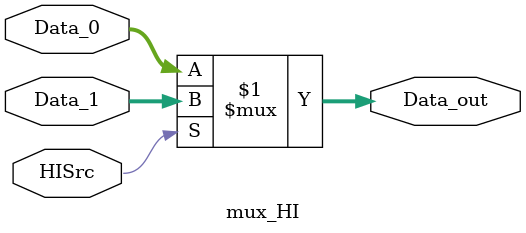
<source format=v>
module mux_HI (
    input   wire    HISrc,
    input   wire    [31:0]  Data_0,     // comes from MULT
    input   wire    [31:0]  Data_1,     // comes from DIV
    output  wire    [31:0]  Data_out
);

    assign  Data_out    =   (HISrc) ? Data_1  :   Data_0;

endmodule
</source>
